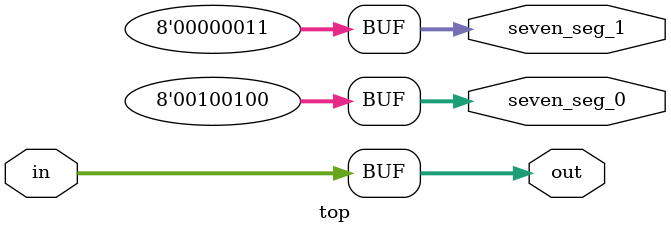
<source format=v>
module top(
  in,
  // sw,
  out,
  seven_seg_1,
  seven_seg_0
);

  // Wire in directly to out.
  input [7:0] in;
  // input [3:0] sw;
  output [7:0] out;
  output [7:0] seven_seg_1;
  output [7:0] seven_seg_0;
 
  // sw pushbuttons are active low.
  // wire any_sw_pushed = ~&sw;
  assign out = in;

  // Drive a pattern onto the seven seg display, for sof identification
  // For testbench 2, how about '02'.  Oh, don't forget: the segments are
  // active low.
  // '0': a, b, c, d, e, f
  //                       abcdefgd
  assign seven_seg_1 = ~8'b11111100;
  
  // 2: a, b, d, e, g, dp
  //                       abcdefgd
  assign seven_seg_0 = ~8'b11011011;
  
endmodule


</source>
